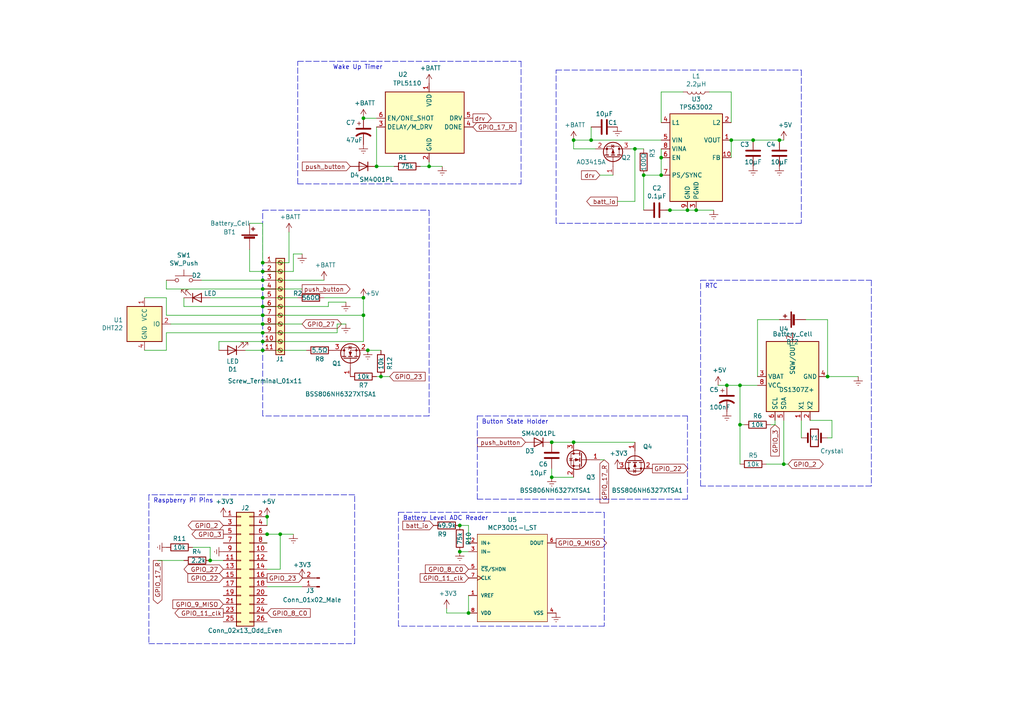
<source format=kicad_sch>
(kicad_sch (version 20211123) (generator eeschema)
  (paper "A4")
  (title_block (title "Sticky Pi Hat") (date "2021-12-15") (rev "B") (company "PIEE Lab UBC"))
  (lib_symbols
    (symbol "3001:MCP3001-I_ST" (pin_names (offset 1.016))
      (property "Reference" "U" (at 0 5.08 0))
      (property "Value" "MCP3001-I_ST" (at 0 7.62 0))
      (symbol "MCP3001-I_ST_1_1"
        (pin input line (at 2.54 -15.24 0) (length 2.54) (name "VREF") (number "1"))
        (pin input line (at 2.54 0 0) (length 2.54) (name "IN+") (number "2"))
        (pin input line (at 2.54 -2.54 0) (length 2.54) (name "IN-") (number "3"))
        (pin power_in line (at 27.94 -20.32 180) (length 2.54) (name "VSS") (number "4"))
        (pin input line (at 2.54 -7.62 0) (length 2.54) (name "~{CS}/SHDN") (number "5"))
        (pin unspecified line (at 27.94 0 180) (length 2.54) (name "DOUT") (number "6"))
        (pin input clock (at 2.54 -10.16 0) (length 2.54) (name "CLK") (number "7"))
        (pin power_in line (at 2.54 -20.32 0) (length 2.54) (name "VDD") (number "8"))
      )
    )
    (symbol "Connector:Conn_01x02_Male" (pin_names (offset 1.016) hide)
      (property "Reference" "J" (at 0 2.54 0))
      (property "Value" "Conn_01x02_Male" (at 0 -5.08 0))
      (symbol "Conn_01x02_Male_1_1"
        (pin passive line (at 5.08 0 180) (length 3.81) (name "Pin_1") (number "1"))
        (pin passive line (at 5.08 -2.54 180) (length 3.81) (name "Pin_2") (number "2"))
      )
    )
    (symbol "Connector:Screw_Terminal_01x11" (pin_names (offset 1.016) hide)
      (property "Reference" "J" (at 0 15.24 0))
      (property "Value" "Screw_Terminal_01x11" (at 0 -15.24 0))
      (symbol "Screw_Terminal_01x11_1_1"
        (pin passive line (at -5.08 12.7 0) (length 3.81) (name "Pin_1") (number "1"))
        (pin passive line (at -5.08 -10.16 0) (length 3.81) (name "Pin_10") (number "10"))
        (pin passive line (at -5.08 -12.7 0) (length 3.81) (name "Pin_11") (number "11"))
        (pin passive line (at -5.08 10.16 0) (length 3.81) (name "Pin_2") (number "2"))
        (pin passive line (at -5.08 7.62 0) (length 3.81) (name "Pin_3") (number "3"))
        (pin passive line (at -5.08 5.08 0) (length 3.81) (name "Pin_4") (number "4"))
        (pin passive line (at -5.08 2.54 0) (length 3.81) (name "Pin_5") (number "5"))
        (pin passive line (at -5.08 0 0) (length 3.81) (name "Pin_6") (number "6"))
        (pin passive line (at -5.08 -2.54 0) (length 3.81) (name "Pin_7") (number "7"))
        (pin passive line (at -5.08 -5.08 0) (length 3.81) (name "Pin_8") (number "8"))
        (pin passive line (at -5.08 -7.62 0) (length 3.81) (name "Pin_9") (number "9"))
      )
    )
    (symbol "Connector_Generic:Conn_02x13_Odd_Even" (pin_names (offset 1.016) hide)
      (property "Reference" "J" (at 1.27 17.78 0))
      (property "Value" "Conn_02x13_Odd_Even" (at 1.27 -17.78 0))
      (symbol "Conn_02x13_Odd_Even_1_1"
        (pin passive line (at -5.08 15.24 0) (length 3.81) (name "Pin_1") (number "1"))
        (pin passive line (at 7.62 5.08 180) (length 3.81) (name "Pin_10") (number "10"))
        (pin passive line (at -5.08 2.54 0) (length 3.81) (name "Pin_11") (number "11"))
        (pin passive line (at 7.62 2.54 180) (length 3.81) (name "Pin_12") (number "12"))
        (pin passive line (at -5.08 0 0) (length 3.81) (name "Pin_13") (number "13"))
        (pin passive line (at 7.62 0 180) (length 3.81) (name "Pin_14") (number "14"))
        (pin passive line (at -5.08 -2.54 0) (length 3.81) (name "Pin_15") (number "15"))
        (pin passive line (at 7.62 -2.54 180) (length 3.81) (name "Pin_16") (number "16"))
        (pin passive line (at -5.08 -5.08 0) (length 3.81) (name "Pin_17") (number "17"))
        (pin passive line (at 7.62 -5.08 180) (length 3.81) (name "Pin_18") (number "18"))
        (pin passive line (at -5.08 -7.62 0) (length 3.81) (name "Pin_19") (number "19"))
        (pin passive line (at 7.62 15.24 180) (length 3.81) (name "Pin_2") (number "2"))
        (pin passive line (at 7.62 -7.62 180) (length 3.81) (name "Pin_20") (number "20"))
        (pin passive line (at -5.08 -10.16 0) (length 3.81) (name "Pin_21") (number "21"))
        (pin passive line (at 7.62 -10.16 180) (length 3.81) (name "Pin_22") (number "22"))
        (pin passive line (at -5.08 -12.7 0) (length 3.81) (name "Pin_23") (number "23"))
        (pin passive line (at 7.62 -12.7 180) (length 3.81) (name "Pin_24") (number "24"))
        (pin passive line (at -5.08 -15.24 0) (length 3.81) (name "Pin_25") (number "25"))
        (pin passive line (at 7.62 -15.24 180) (length 3.81) (name "Pin_26") (number "26"))
        (pin passive line (at -5.08 12.7 0) (length 3.81) (name "Pin_3") (number "3"))
        (pin passive line (at 7.62 12.7 180) (length 3.81) (name "Pin_4") (number "4"))
        (pin passive line (at -5.08 10.16 0) (length 3.81) (name "Pin_5") (number "5"))
        (pin passive line (at 7.62 10.16 180) (length 3.81) (name "Pin_6") (number "6"))
        (pin passive line (at -5.08 7.62 0) (length 3.81) (name "Pin_7") (number "7"))
        (pin passive line (at 7.62 7.62 180) (length 3.81) (name "Pin_8") (number "8"))
        (pin passive line (at -5.08 5.08 0) (length 3.81) (name "Pin_9") (number "9"))
      )
    )
    (symbol "Device:Battery_Cell" (pin_numbers hide) (pin_names (offset 0) hide)
      (property "Reference" "BT" (at 2.54 2.54 0))
      (property "Value" "Battery_Cell" (at 2.54 0 0))
      (symbol "Battery_Cell_1_1"
        (pin passive line (at 0 5.08 270) (length 2.54) (name "+") (number "1"))
        (pin passive line (at 0 -2.54 90) (length 2.54) (name "-") (number "2"))
      )
    )
    (symbol "Device:C" (pin_numbers hide) (pin_names (offset 0.254))
      (property "Reference" "C" (at 0.635 2.54 0))
      (property "Value" "C" (at 0.635 -2.54 0))
      (symbol "C_1_1"
        (pin passive line (at 0 3.81 270) (length 2.794) (name "~") (number "1"))
        (pin passive line (at 0 -3.81 90) (length 2.794) (name "~") (number "2"))
      )
    )
    (symbol "Device:CP1" (pin_numbers hide) (pin_names (offset 0.254) hide)
      (property "Reference" "C" (at 0.635 2.54 0))
      (property "Value" "Device_CP1" (at 0.635 -2.54 0))
      (symbol "CP1_1_1"
        (pin passive line (at 0 3.81 270) (length 2.794) (name "~") (number "1"))
        (pin passive line (at 0 -3.81 90) (length 3.302) (name "~") (number "2"))
      )
    )
    (symbol "Device:Crystal" (pin_numbers hide) (pin_names (offset 1.016) hide)
      (property "Reference" "Y" (at 0 3.81 0))
      (property "Value" "Crystal" (at 0 -3.81 0))
      (symbol "Crystal_1_1"
        (pin passive line (at -3.81 0 0) (length 1.27) (name "1") (number "1"))
        (pin passive line (at 3.81 0 180) (length 1.27) (name "2") (number "2"))
      )
    )
    (symbol "Device:L" (pin_numbers hide) (pin_names (offset 1.016) hide)
      (property "Reference" "L" (at -1.27 0 90))
      (property "Value" "L" (at 1.905 0 90))
      (symbol "L_1_1"
        (pin passive line (at 0 3.81 270) (length 1.27) (name "1") (number "1"))
        (pin passive line (at 0 -3.81 90) (length 1.27) (name "2") (number "2"))
      )
    )
    (symbol "Device:LED" (pin_numbers hide) (pin_names (offset 1.016) hide)
      (property "Reference" "D" (at 0 2.54 0))
      (property "Value" "LED" (at 0 -2.54 0))
      (symbol "LED_1_1"
        (pin passive line (at -3.81 0 0) (length 2.54) (name "K") (number "1"))
        (pin passive line (at 3.81 0 180) (length 2.54) (name "A") (number "2"))
      )
    )
    (symbol "Device:R" (pin_numbers hide) (pin_names (offset 0))
      (property "Reference" "R" (at 2.032 0 90))
      (property "Value" "R" (at 0 0 90))
      (symbol "R_1_1"
        (pin passive line (at 0 3.81 270) (length 1.27) (name "~") (number "1"))
        (pin passive line (at 0 -3.81 90) (length 1.27) (name "~") (number "2"))
      )
    )
    (symbol "Diode:SM4001" (pin_numbers hide) (pin_names (offset 1.016) hide)
      (property "Reference" "D" (at 0 2.54 0))
      (property "Value" "SM4001" (at 0 -2.54 0))
      (symbol "SM4001_1_1"
        (pin passive line (at -3.81 0 0) (length 2.54) (name "K") (number "1"))
        (pin passive line (at 3.81 0 180) (length 2.54) (name "A") (number "2"))
      )
    )
    (symbol "Regulator_Switching:TPS63002"
      (property "Reference" "U" (at -7.62 13.97 0))
      (property "Value" "TPS63002" (at 5.08 13.97 0))
      (symbol "TPS63002_1_1"
        (pin power_out line (at 10.16 5.08 180) (length 2.54) (name "VOUT") (number "1"))
        (pin input line (at 10.16 0 180) (length 2.54) (name "FB") (number "10"))
        (pin passive line (at 0 -15.24 90) (length 2.54) hide (name "PGND") (number "11"))
        (pin input line (at 10.16 10.16 180) (length 2.54) (name "L2") (number "2"))
        (pin power_in line (at 0 -15.24 90) (length 2.54) (name "PGND") (number "3"))
        (pin input line (at -10.16 10.16 0) (length 2.54) (name "L1") (number "4"))
        (pin power_in line (at -10.16 5.08 0) (length 2.54) (name "VIN") (number "5"))
        (pin input line (at -10.16 0 0) (length 2.54) (name "EN") (number "6"))
        (pin input line (at -10.16 -5.08 0) (length 2.54) (name "PS/SYNC") (number "7"))
        (pin power_in line (at -10.16 2.54 0) (length 2.54) (name "VINA") (number "8"))
        (pin power_in line (at -2.54 -15.24 90) (length 2.54) (name "GND") (number "9"))
      )
    )
    (symbol "Sensor:DHT11"
      (property "Reference" "U" (at -3.81 6.35 0))
      (property "Value" "DHT11" (at 3.81 6.35 0))
      (symbol "DHT11_1_1"
        (pin power_in line (at 0 7.62 270) (length 2.54) (name "VCC") (number "1"))
        (pin bidirectional line (at 7.62 0 180) (length 2.54) (name "IO") (number "2"))
        (pin no_connect line (at -5.08 0 0) (length 2.54) hide (name "NC") (number "3"))
        (pin power_in line (at 0 -7.62 90) (length 2.54) (name "GND") (number "4"))
      )
    )
    (symbol "Switch:SW_Push" (pin_numbers hide) (pin_names (offset 1.016) hide)
      (property "Reference" "SW" (at 1.27 2.54 0))
      (property "Value" "SW_Push" (at 0 -1.524 0))
      (symbol "SW_Push_0_1"
        (pin passive line (at -5.08 0 0) (length 2.54) (name "1") (number "1"))
        (pin passive line (at 5.08 0 180) (length 2.54) (name "2") (number "2"))
      )
    )
    (symbol "Timer:TPL5110"
      (property "Reference" "U" (at -10.16 8.89 0))
      (property "Value" "TPL5110" (at 6.35 8.89 0))
      (symbol "TPL5110_1_1"
        (pin power_in line (at 0 10.16 270) (length 2.54) (name "VDD") (number "1"))
        (pin power_in line (at 0 -12.7 90) (length 2.54) (name "GND") (number "2"))
        (pin input line (at -15.24 -2.54 0) (length 2.54) (name "DELAY/M_DRV") (number "3"))
        (pin input line (at 12.7 -2.54 180) (length 2.54) (name "DONE") (number "4"))
        (pin output line (at 12.7 0 180) (length 2.54) (name "DRV") (number "5"))
        (pin input line (at -15.24 0 0) (length 2.54) (name "EN/ONE_SHOT") (number "6"))
      )
    )
    (symbol "Timer_RTC:DS1307+"
      (property "Reference" "U" (at -8.89 8.89 0))
      (property "Value" "DS1307+" (at 1.27 8.89 0))
      (symbol "DS1307+_1_1"
        (pin input line (at -12.7 -2.54 0) (length 2.54) (name "X1") (number "1"))
        (pin input line (at -12.7 -5.08 0) (length 2.54) (name "X2") (number "2"))
        (pin power_in line (at 0 10.16 270) (length 2.54) (name "VBAT") (number "3"))
        (pin power_in line (at 0 -10.16 90) (length 2.54) (name "GND") (number "4"))
        (pin bidirectional line (at -12.7 2.54 0) (length 2.54) (name "SDA") (number "5"))
        (pin input line (at -12.7 5.08 0) (length 2.54) (name "SCL") (number "6"))
        (pin open_collector line (at 12.7 0 180) (length 2.54) (name "SQW/OUT") (number "7"))
        (pin power_in line (at -2.54 10.16 270) (length 2.54) (name "VCC") (number "8"))
      )
    )
    (symbol "Transistor_FET:BSS123" (pin_names hide)
      (property "Reference" "Q" (at 5.08 1.905 0))
      (property "Value" "BSS123" (at 5.08 0 0))
      (symbol "BSS123_1_1"
        (pin input line (at -5.08 0 0) (length 2.54) (name "G") (number "1"))
        (pin passive line (at 2.54 -5.08 90) (length 2.54) (name "S") (number "2"))
        (pin passive line (at 2.54 5.08 270) (length 2.54) (name "D") (number "3"))
      )
    )
    (symbol "Transistor_FET:BSS84" (pin_names hide)
      (property "Reference" "Q" (at 5.08 1.905 0))
      (property "Value" "BSS84" (at 5.08 0 0))
      (symbol "BSS84_1_1"
        (pin input line (at -5.08 0 0) (length 2.54) (name "G") (number "1"))
        (pin passive line (at 2.54 -5.08 90) (length 2.54) (name "S") (number "2"))
        (pin passive line (at 2.54 5.08 270) (length 2.54) (name "D") (number "3"))
      )
    )
    (symbol "power:+3.3V" (power) (pin_names (offset 0))
      (property "Value" "+3.3V" (at 0 3.556 0))
      (symbol "+3.3V_1_1"
        (pin power_in line (at 0 0 90) (length 0) hide (name "+3V3") (number "1"))
      )
    )
    (symbol "power:+5V" (power) (pin_names (offset 0))
      (property "Value" "+5V" (at 0 3.556 0))
      (symbol "+5V_1_1"
        (pin power_in line (at 0 0 90) (length 0) hide (name "+5V") (number "1"))
      )
    )
    (symbol "power:+BATT" (power) (pin_names (offset 0))
      (property "Value" "+BATT" (at 0 3.556 0))
      (symbol "+BATT_1_1"
        (pin power_in line (at 0 0 90) (length 0) hide (name "+BATT") (number "1"))
      )
    )
    (symbol "power:Earth" (power) (pin_names (offset 0))
      (symbol "Earth_1_1"
        (pin power_in line (at 0 0 270) (length 0) hide (name "Earth") (number "1"))
      )
    )
  )
  (junction (at 135.89 177.8))
  (junction (at 81.28 154.94))
  (junction (at 166.37 128.27))
  (junction (at 201.93 60.96))
  (junction (at 212.09 40.64))
  (junction (at 109.22 48.26))
  (junction (at 77.47 154.94))
  (junction (at 184.15 43.18))
  (junction (at 76.2 93.98))
  (junction (at 210.82 111.76))
  (junction (at 214.63 123.19))
  (junction (at 186.69 50.8))
  (junction (at 77.47 149.86))
  (junction (at 110.49 109.22))
  (junction (at 76.2 86.36))
  (junction (at 105.41 91.44))
  (junction (at 76.2 78.74))
  (junction (at 226.06 40.64))
  (junction (at 76.2 83.82))
  (junction (at 105.41 86.36))
  (junction (at 76.2 96.52))
  (junction (at 133.35 152.4))
  (junction (at 124.46 48.26))
  (junction (at 194.31 60.96))
  (junction (at 76.2 88.9))
  (junction (at 76.2 99.06))
  (junction (at 106.68 101.6))
  (junction (at 60.96 162.56))
  (junction (at 160.02 138.43))
  (junction (at 166.37 40.64))
  (junction (at 76.2 76.2))
  (junction (at 160.02 128.27))
  (junction (at 76.2 91.44))
  (junction (at 240.03 109.22))
  (junction (at 191.77 50.8))
  (junction (at 214.63 111.76))
  (junction (at 199.39 60.96))
  (junction (at 76.2 101.6))
  (junction (at 227.33 134.62))
  (junction (at 76.2 81.28))
  (junction (at 133.35 160.02))
  (junction (at 105.41 34.29))
  (junction (at 218.44 40.64))
  (junction (at 171.45 40.64))
  (junction (at 191.77 45.72))
  (wire (pts (xy 224.79 123.19) (xy 223.52 123.19)))
  (wire (pts (xy 171.45 40.64) (xy 166.37 40.64)))
  (wire (pts (xy 218.44 40.64) (xy 226.06 40.64)))
  (wire (pts (xy 135.89 177.8) (xy 129.54 177.8)))
  (wire (pts (xy 207.01 60.96) (xy 201.93 60.96)))
  (wire (pts (xy 81.28 154.94) (xy 81.28 165.1)))
  (wire (pts (xy 212.09 35.56) (xy 212.09 26.67)))
  (polyline (pts (xy 161.29 20.32) (xy 232.41 20.32)))
  (wire (pts (xy 224.79 123.19) (xy 224.79 121.92)))
  (polyline (pts (xy 86.36 53.34) (xy 151.13 53.34)))
  (wire (pts (xy 240.03 127) (xy 241.3 127)))
  (wire (pts (xy 77.47 157.48) (xy 76.2 157.48)))
  (polyline (pts (xy 115.57 181.61) (xy 115.57 148.59)))
  (wire (pts (xy 175.26 133.35) (xy 173.99 133.35)))
  (wire (pts (xy 124.46 48.26) (xy 121.92 48.26)))
  (polyline (pts (xy 115.57 148.59) (xy 175.26 148.59)))
  (polyline (pts (xy 138.43 144.78) (xy 138.43 120.65)))
  (wire (pts (xy 219.71 92.71) (xy 226.06 92.71)))
  (wire (pts (xy 124.46 46.99) (xy 124.46 48.26)))
  (wire (pts (xy 227.33 121.92) (xy 227.33 134.62)))
  (wire (pts (xy 85.09 78.74) (xy 85.09 73.66)))
  (wire (pts (xy 81.28 165.1) (xy 77.47 165.1)))
  (polyline (pts (xy 175.26 181.61) (xy 115.57 181.61)))
  (polyline (pts (xy 86.36 17.78) (xy 151.13 17.78)))
  (wire (pts (xy 76.2 76.2) (xy 76.2 64.77)))
  (wire (pts (xy 228.6 134.62) (xy 227.33 134.62)))
  (wire (pts (xy 48.26 96.52) (xy 48.26 101.6)))
  (wire (pts (xy 133.35 152.4) (xy 135.89 152.4)))
  (wire (pts (xy 76.2 83.82) (xy 87.63 83.82)))
  (wire (pts (xy 76.2 91.44) (xy 105.41 91.44)))
  (wire (pts (xy 124.46 48.26) (xy 128.27 48.26)))
  (polyline (pts (xy 138.43 144.78) (xy 199.39 144.78)))
  (wire (pts (xy 60.96 162.56) (xy 64.77 162.56)))
  (wire (pts (xy 212.09 26.67) (xy 205.74 26.67)))
  (wire (pts (xy 241.3 127) (xy 241.3 121.92)))
  (wire (pts (xy 48.26 86.36) (xy 41.91 86.36)))
  (wire (pts (xy 214.63 123.19) (xy 214.63 134.62)))
  (wire (pts (xy 184.15 43.18) (xy 184.15 58.42)))
  (wire (pts (xy 240.03 92.71) (xy 233.68 92.71)))
  (wire (pts (xy 177.8 50.8) (xy 173.99 50.8)))
  (wire (pts (xy 85.09 154.94) (xy 81.28 154.94)))
  (wire (pts (xy 48.26 91.44) (xy 48.26 86.36)))
  (polyline (pts (xy 102.87 143.51) (xy 43.18 143.51)))
  (wire (pts (xy 95.25 87.63) (xy 100.33 87.63)))
  (wire (pts (xy 109.22 109.22) (xy 110.49 109.22)))
  (wire (pts (xy 135.89 152.4) (xy 135.89 157.48)))
  (wire (pts (xy 76.2 154.94) (xy 77.47 154.94)))
  (wire (pts (xy 76.2 93.98) (xy 87.63 93.98)))
  (polyline (pts (xy 102.87 186.69) (xy 102.87 143.51)))
  (wire (pts (xy 72.39 72.39) (xy 72.39 78.74)))
  (wire (pts (xy 63.5 99.06) (xy 76.2 99.06)))
  (polyline (pts (xy 86.36 53.34) (xy 86.36 17.78)))
  (polyline (pts (xy 232.41 20.32) (xy 232.41 64.77)))
  (wire (pts (xy 201.93 60.96) (xy 199.39 60.96)))
  (wire (pts (xy 76.2 91.44) (xy 48.26 91.44)))
  (wire (pts (xy 76.2 64.77) (xy 72.39 64.77)))
  (wire (pts (xy 76.2 76.2) (xy 83.82 76.2)))
  (wire (pts (xy 76.2 78.74) (xy 85.09 78.74)))
  (polyline (pts (xy 124.46 60.96) (xy 124.46 120.65)))
  (wire (pts (xy 60.96 162.56) (xy 60.96 158.75)))
  (wire (pts (xy 194.31 60.96) (xy 199.39 60.96)))
  (polyline (pts (xy 161.29 64.77) (xy 161.29 20.32)))
  (wire (pts (xy 48.26 101.6) (xy 41.91 101.6)))
  (polyline (pts (xy 203.2 140.97) (xy 203.2 81.28)))
  (wire (pts (xy 241.3 121.92) (xy 234.95 121.92)))
  (polyline (pts (xy 203.2 81.28) (xy 252.73 81.28)))
  (wire (pts (xy 129.54 177.8) (xy 129.54 176.53)))
  (wire (pts (xy 191.77 45.72) (xy 191.77 43.18)))
  (wire (pts (xy 160.02 138.43) (xy 160.02 135.89)))
  (wire (pts (xy 186.69 50.8) (xy 191.77 50.8)))
  (polyline (pts (xy 232.41 64.77) (xy 161.29 64.77)))
  (wire (pts (xy 113.03 109.22) (xy 110.49 109.22)))
  (wire (pts (xy 48.26 83.82) (xy 76.2 83.82)))
  (wire (pts (xy 97.79 96.52) (xy 97.79 93.98)))
  (wire (pts (xy 186.69 43.18) (xy 184.15 43.18)))
  (wire (pts (xy 166.37 138.43) (xy 160.02 138.43)))
  (wire (pts (xy 210.82 111.76) (xy 214.63 111.76)))
  (wire (pts (xy 77.47 154.94) (xy 81.28 154.94)))
  (wire (pts (xy 191.77 40.64) (xy 171.45 40.64)))
  (wire (pts (xy 114.3 48.26) (xy 109.22 48.26)))
  (wire (pts (xy 71.12 101.6) (xy 76.2 101.6)))
  (wire (pts (xy 166.37 40.64) (xy 166.37 43.18)))
  (wire (pts (xy 172.72 43.18) (xy 166.37 43.18)))
  (wire (pts (xy 222.25 134.62) (xy 227.33 134.62)))
  (wire (pts (xy 76.2 78.74) (xy 72.39 78.74)))
  (wire (pts (xy 226.06 40.64) (xy 227.33 40.64)))
  (wire (pts (xy 191.77 50.8) (xy 191.77 45.72)))
  (wire (pts (xy 212.09 45.72) (xy 212.09 40.64)))
  (wire (pts (xy 208.28 111.76) (xy 210.82 111.76)))
  (wire (pts (xy 77.47 170.18) (xy 87.63 170.18)))
  (polyline (pts (xy 151.13 17.78) (xy 151.13 53.34)))
  (wire (pts (xy 53.34 162.56) (xy 45.72 162.56)))
  (polyline (pts (xy 199.39 120.65) (xy 199.39 144.78)))
  (wire (pts (xy 105.41 99.06) (xy 105.41 91.44)))
  (wire (pts (xy 77.47 149.86) (xy 77.47 152.4)))
  (wire (pts (xy 85.09 73.66) (xy 87.63 73.66)))
  (polyline (pts (xy 76.2 60.96) (xy 124.46 60.96)))
  (wire (pts (xy 93.98 86.36) (xy 105.41 86.36)))
  (wire (pts (xy 63.5 99.06) (xy 63.5 101.6)))
  (wire (pts (xy 95.25 88.9) (xy 95.25 87.63)))
  (wire (pts (xy 48.26 83.82) (xy 48.26 81.28)))
  (polyline (pts (xy 252.73 81.28) (xy 252.73 140.97)))
  (wire (pts (xy 219.71 92.71) (xy 219.71 109.22)))
  (wire (pts (xy 198.12 26.67) (xy 191.77 26.67)))
  (wire (pts (xy 240.03 109.22) (xy 240.03 92.71)))
  (wire (pts (xy 88.9 101.6) (xy 76.2 101.6)))
  (wire (pts (xy 166.37 128.27) (xy 184.15 128.27)))
  (wire (pts (xy 53.34 88.9) (xy 76.2 88.9)))
  (wire (pts (xy 97.79 93.98) (xy 100.33 93.98)))
  (wire (pts (xy 184.15 58.42) (xy 179.07 58.42)))
  (wire (pts (xy 76.2 88.9) (xy 95.25 88.9)))
  (wire (pts (xy 215.9 123.19) (xy 214.63 123.19)))
  (wire (pts (xy 109.22 34.29) (xy 105.41 34.29)))
  (wire (pts (xy 60.96 158.75) (xy 55.88 158.75)))
  (wire (pts (xy 76.2 96.52) (xy 48.26 96.52)))
  (wire (pts (xy 49.53 93.98) (xy 76.2 93.98)))
  (wire (pts (xy 76.2 81.28) (xy 58.42 81.28)))
  (wire (pts (xy 160.02 128.27) (xy 166.37 128.27)))
  (wire (pts (xy 214.63 111.76) (xy 214.63 123.19)))
  (wire (pts (xy 214.63 111.76) (xy 219.71 111.76)))
  (wire (pts (xy 186.69 50.8) (xy 186.69 60.96)))
  (wire (pts (xy 76.2 86.36) (xy 86.36 86.36)))
  (wire (pts (xy 184.15 43.18) (xy 182.88 43.18)))
  (polyline (pts (xy 76.2 120.65) (xy 76.2 60.96)))
  (wire (pts (xy 53.34 88.9) (xy 53.34 86.36)))
  (wire (pts (xy 105.41 91.44) (xy 105.41 86.36)))
  (polyline (pts (xy 252.73 140.97) (xy 203.2 140.97)))
  (polyline (pts (xy 124.46 120.65) (xy 76.2 120.65)))
  (wire (pts (xy 76.2 81.28) (xy 93.98 81.28)))
  (wire (pts (xy 171.45 36.83) (xy 171.45 40.64)))
  (wire (pts (xy 212.09 40.64) (xy 218.44 40.64)))
  (polyline (pts (xy 43.18 143.51) (xy 43.18 186.69)))
  (wire (pts (xy 76.2 99.06) (xy 105.41 99.06)))
  (wire (pts (xy 232.41 121.92) (xy 232.41 127)))
  (wire (pts (xy 135.89 160.02) (xy 133.35 160.02)))
  (polyline (pts (xy 43.18 186.69) (xy 102.87 186.69)))
  (polyline (pts (xy 138.43 120.65) (xy 199.39 120.65)))
  (wire (pts (xy 135.89 177.8) (xy 135.89 172.72)))
  (polyline (pts (xy 175.26 148.59) (xy 175.26 181.61)))
  (wire (pts (xy 193.04 60.96) (xy 194.31 60.96)))
  (wire (pts (xy 240.03 109.22) (xy 248.92 109.22)))
  (wire (pts (xy 76.2 86.36) (xy 60.96 86.36)))
  (wire (pts (xy 191.77 26.67) (xy 191.77 35.56)))
  (wire (pts (xy 109.22 36.83) (xy 109.22 48.26)))
  (wire (pts (xy 76.2 96.52) (xy 97.79 96.52)))
  (wire (pts (xy 83.82 76.2) (xy 83.82 67.31)))
  (wire (pts (xy 106.68 101.6) (xy 110.49 101.6)))
  (text "RTC\n" (at 204.47 83.82 0) (effects (font (size 1.27 1.27)) (justify left bottom)))
  (text "Wake Up Timer" (at 96.52 20.32 0) (effects (font (size 1.27 1.27)) (justify left bottom)))
  (text "Button State Holder" (at 139.7 123.19 0) (effects (font (size 1.27 1.27)) (justify left bottom)))
  (text "Battery Level ADC Reader" (at 116.84 151.13 0) (effects (font (size 1.27 1.27)) (justify left bottom)))
  (text "Raspberry Pi Pins\n" (at 44.45 146.05 0) (effects (font (size 1.27 1.27)) (justify left bottom)))
  (global_label "GPIO_8_C0" (shape input) (at 77.47 177.8 0) (property "Intersheet References" "${INTERSHEET_REFS}" (effects hide)))
  (global_label "GPIO_23" (shape input) (at 113.03 109.22 0) (property "Intersheet References" "${INTERSHEET_REFS}" (effects hide)))
  (global_label "push_button" (shape input) (at 152.4 128.27 180) (property "Intersheet References" "${INTERSHEET_REFS}" (effects hide)))
  (global_label "GPIO_23" (shape output) (at 77.47 167.64 0) (property "Intersheet References" "${INTERSHEET_REFS}" (effects hide)))
  (global_label "push_button" (shape input) (at 101.6 48.26 180) (property "Intersheet References" "${INTERSHEET_REFS}" (effects hide)))
  (global_label "GPIO_27" (shape bidirectional) (at 87.63 93.98 0) (property "Intersheet References" "${INTERSHEET_REFS}" (effects hide)))
  (global_label "GPIO_3" (shape input) (at 224.79 123.19 270) (property "Intersheet References" "${INTERSHEET_REFS}" (effects hide)))
  (global_label "GPIO_9_MISO" (shape output) (at 161.29 157.48 0) (property "Intersheet References" "${INTERSHEET_REFS}" (effects hide)))
  (global_label "GPIO_17_R" (shape output) (at 45.72 162.56 270) (property "Intersheet References" "${INTERSHEET_REFS}" (effects hide)))
  (global_label "GPIO_3" (shape output) (at 64.77 154.94 180) (property "Intersheet References" "${INTERSHEET_REFS}" (effects hide)))
  (global_label "GPIO_11_clk" (shape input) (at 135.89 167.64 180) (property "Intersheet References" "${INTERSHEET_REFS}" (effects hide)))
  (global_label "drv" (shape input) (at 173.99 50.8 180) (property "Intersheet References" "${INTERSHEET_REFS}" (effects hide)))
  (global_label "push_button" (shape output) (at 87.63 83.82 0) (property "Intersheet References" "${INTERSHEET_REFS}" (effects hide)))
  (global_label "GPIO_22" (shape input) (at 64.77 167.64 180) (property "Intersheet References" "${INTERSHEET_REFS}" (effects hide)))
  (global_label "GPIO_2" (shape bidirectional) (at 228.6 134.62 0) (property "Intersheet References" "${INTERSHEET_REFS}" (effects hide)))
  (global_label "GPIO_9_MISO" (shape input) (at 64.77 175.26 180) (property "Intersheet References" "${INTERSHEET_REFS}" (effects hide)))
  (global_label "batt_io" (shape output) (at 179.07 58.42 180) (property "Intersheet References" "${INTERSHEET_REFS}" (effects hide)))
  (global_label "GPIO_17_R" (shape input) (at 175.26 133.35 270) (property "Intersheet References" "${INTERSHEET_REFS}" (effects hide)))
  (global_label "GPIO_11_clk" (shape output) (at 64.77 177.8 180) (property "Intersheet References" "${INTERSHEET_REFS}" (effects hide)))
  (global_label "GPIO_27" (shape bidirectional) (at 64.77 165.1 180) (property "Intersheet References" "${INTERSHEET_REFS}" (effects hide)))
  (global_label "GPIO_22" (shape output) (at 189.23 135.89 0) (property "Intersheet References" "${INTERSHEET_REFS}" (effects hide)))
  (global_label "GPIO_2" (shape bidirectional) (at 64.77 152.4 180) (property "Intersheet References" "${INTERSHEET_REFS}" (effects hide)))
  (global_label "GPIO_8_C0" (shape input) (at 135.89 165.1 180) (property "Intersheet References" "${INTERSHEET_REFS}" (effects hide)))
  (global_label "GPIO_17_R" (shape input) (at 137.16 36.83 0) (property "Intersheet References" "${INTERSHEET_REFS}" (effects hide)))
  (global_label "batt_io" (shape input) (at 125.73 152.4 180) (property "Intersheet References" "${INTERSHEET_REFS}" (effects hide)))
  (global_label "drv" (shape output) (at 137.16 34.29 0) (property "Intersheet References" "${INTERSHEET_REFS}" (effects hide)))
  (symbol (lib_id "Timer:TPL5110") (at 124.46 34.29 0) (unit 1)
    (property "Reference" "U2" (at 116.84 21.59 0))
    (property "Value" "TPL5110" (at 118.11 24.13 0))
    (property "Footprint" "Package_TO_SOT_SMD:SOT-23-6" (effects hide))
    (property "Datasheet" "http://www.ti.com/lit/ds/symlink/tpl5110.pdf" (effects hide))
    (property "Manufacturer" "Texas Instruments" (effects hide))
    (property "part_number" "TPL5110" (effects hide))
    (property "Part" "TPL5110" (effects hide))
    (property "package" "SOT-23-THIN" (effects hide))
  )
  (symbol (lib_id "Regulator_Switching:TPS63002") (at 201.93 45.72 0) (unit 1)
    (property "Reference" "U3" (at 201.93 28.7782 0))
    (property "Value" "TPS63002" (at 201.93 31.0896 0))
    (property "Footprint" "Package_SON:Texas_DSC0010J_ThermalVias" (effects hide))
    (property "Datasheet" "http://www.ti.com/lit/ds/symlink/tps63002.pdf" (effects hide))
    (property "Manufacturer" "Texas Instruments" (effects hide))
    (property "part_number" "TPS63002" (effects hide))
    (property "Part" "TPS63002" (effects hide))
    (property "package" "10-VSON" (effects hide))
  )
  (symbol (lib_id "Timer_RTC:DS1307+") (at 229.87 109.22 90) (unit 1)
    (property "Reference" "U4" (at 228.7016 95.4024 90) (effects (justify left)))
    (property "Value" "DS1307Z+" (at 236.22 113.03 90) (effects (justify left)))
    (property "Footprint" "Package_SO:SOIC-8_3.9x4.9mm_P1.27mm" (effects hide))
    (property "Datasheet" "https://datasheets.maximintegrated.com/en/ds/DS1307.pdf" (effects hide))
    (property "Manufacturer" "Maxim Integrated" (effects hide))
    (property "part_number" "DS1307Z+" (effects hide))
    (property "Part" "DS1307Z+" (effects hide))
    (property "package" "8-SOIC" (effects hide))
  )
  (symbol (lib_id "Device:R") (at 186.69 46.99 180) (unit 1)
    (property "Reference" "R3" (at 189.23 44.45 90))
    (property "Value" "100Ω" (at 186.69 46.99 90))
    (property "Footprint" "Resistor_SMD:R_2010_5025Metric" (effects hide))
    (property "Datasheet" "https://www.koaspeer.com/pdfs/RK73H.pdf" (effects hide))
    (property "part_number" "RC2010JK-0710KL" (effects hide))
    (property "Manufacturer" "KOA Speer Electronics, Inc." (effects hide))
    (property "Part" "TODO" (effects hide))
    (property "package" "2010" (effects hide))
  )
  (symbol (lib_id "Device:R") (at 118.11 48.26 90) (unit 1)
    (property "Reference" "R1" (at 116.84 45.72 90))
    (property "Value" "75k" (at 118.11 48.26 90))
    (property "Footprint" "Resistor_SMD:R_2010_5025Metric" (effects hide))
    (property "Datasheet" "https://www.koaspeer.com/pdfs/RK73H.pdf" (effects hide))
    (property "part_number" "RK73H2HTTE7502F" (effects hide))
    (property "Manufacturer" "KOA Speer Electronics, Inc." (effects hide))
    (property "Part" "RK73H2HTTE7502F" (effects hide))
    (property "package" "2010" (effects hide))
  )
  (symbol (lib_id "power:Earth") (at 128.27 48.26 0) (unit 1)
    (property "Reference" "#PWR0101" (effects hide))
    (property "Value" "Earth" (effects hide))
  )
  (symbol (lib_id "power:Earth") (at 207.01 60.96 0) (unit 1)
    (property "Reference" "#PWR0102" (effects hide))
    (property "Value" "Earth" (effects hide))
  )
  (symbol (lib_id "Switch:SW_Push") (at 53.34 81.28 0) (unit 1)
    (property "Reference" "SW1" (at 53.34 74.041 0))
    (property "Value" "SW_Push" (at 53.34 76.3524 0))
    (property "Footprint" "#none" (effects hide))
    (property "Manufacturer" "#none" (effects hide))
    (property "Part" "#none" (effects hide))
  )
  (symbol (lib_id "Device:L") (at 201.93 26.67 270) (unit 1)
    (property "Reference" "L1" (at 201.93 22.0726 90))
    (property "Value" "2.2μH" (at 201.93 24.384 90))
    (property "Footprint" "Inductor_SMD:L_Abracon_ASPI-3012S" (effects hide))
    (property "Datasheet" "https://product.tdk.com/en/system/files?file=dam/doc/product/inductor/inductor/smd/catalog/inductor_commercial_power_vls3012hbx_en.pdf" (effects hide))
    (property "part_number" "VLS3012HBX-2R2M" (effects hide))
    (property "Manufacturer" "TDK Corporation" (effects hide))
    (property "Part" "VLS3012HBX-2R2M" (effects hide))
    (property "package" "Nonstandard" (effects hide))
  )
  (symbol (lib_id "Device:C") (at 190.5 60.96 270) (unit 1)
    (property "Reference" "C2" (at 190.5 54.5592 90))
    (property "Value" "0.1μF" (at 190.5 56.8706 90))
    (property "Footprint" "Capacitor_SMD:C_1206_3216Metric" (effects hide))
    (property "Datasheet" "https://content.kemet.com/datasheets/KEM_C1002_X7R_SMD.pdf" (effects hide))
    (property "part_number" "C1206C104K8RAC7800" (effects hide))
    (property "Manufacturer" "KEMET" (effects hide))
    (property "Part" "C1206C104K8RAC7800" (effects hide))
    (property "package" "1206" (effects hide))
  )
  (symbol (lib_id "Device:C") (at 226.06 44.45 0) (unit 1)
    (property "Reference" "C4" (at 222.25 41.91 0) (effects (justify left)))
    (property "Value" "10μF" (at 223.52 46.99 0) (effects (justify left)))
    (property "Footprint" "Capacitor_SMD:C_1206_3216Metric" (effects hide))
    (property "Datasheet" "https://global.kyocera.com/prdct/electro/product/pdf/cm_e.pdf" (effects hide))
    (property "part_number" "CM316X5R106K10AT" (effects hide))
    (property "Manufacturer" "Kyocera International Inc. Electronic Components" (effects hide))
    (property "Part" "CM316X5R106K10AT" (effects hide))
    (property "package" "1206" (effects hide))
  )
  (symbol (lib_id "Device:C") (at 218.44 44.45 0) (unit 1)
    (property "Reference" "C3" (at 214.63 41.91 0) (effects (justify left)))
    (property "Value" "10μF" (at 215.9 46.99 0) (effects (justify left)))
    (property "Footprint" "Capacitor_SMD:C_1206_3216Metric" (effects hide))
    (property "Datasheet" "https://global.kyocera.com/prdct/electro/product/pdf/cm_e.pdf" (effects hide))
    (property "part_number" "CM316X5R106K10AT" (effects hide))
    (property "Manufacturer" "Kyocera International Inc. Electronic Components" (effects hide))
    (property "Part" "CM316X5R106K10AT" (effects hide))
    (property "package" "1206" (effects hide))
  )
  (symbol (lib_id "Device:C") (at 175.26 36.83 90) (unit 1)
    (property "Reference" "C1" (at 179.07 35.56 90) (effects (justify left)))
    (property "Value" "10μF" (at 177.8 33.02 90) (effects (justify left)))
    (property "Footprint" "Capacitor_SMD:C_1206_3216Metric" (effects hide))
    (property "Datasheet" "https://global.kyocera.com/prdct/electro/product/pdf/cm_e.pdf" (effects hide))
    (property "part_number" "CM316X5R106K10AT" (effects hide))
    (property "Manufacturer" "Kyocera International Inc. Electronic Components" (effects hide))
    (property "Part" "CM316X5R106K10AT" (effects hide))
    (property "package" "1206" (effects hide))
  )
  (symbol (lib_id "power:Earth") (at 179.07 36.83 0) (unit 1)
    (property "Reference" "#PWR0103" (effects hide))
    (property "Value" "Earth" (effects hide))
  )
  (symbol (lib_id "power:Earth") (at 218.44 48.26 0) (unit 1)
    (property "Reference" "#PWR0104" (effects hide))
    (property "Value" "Earth" (effects hide))
  )
  (symbol (lib_id "power:Earth") (at 226.06 48.26 0) (unit 1)
    (property "Reference" "#PWR0105" (effects hide))
    (property "Value" "Earth" (effects hide))
  )
  (symbol (lib_id "power:+5V") (at 227.33 40.64 0) (unit 1)
    (property "Reference" "#PWR0113" (effects hide))
    (property "Value" "+5V" (at 227.711 36.2458 0))
  )
  (symbol (lib_id "power:+5V") (at 208.28 111.76 0) (unit 1)
    (property "Reference" "#PWR0114" (effects hide))
    (property "Value" "+5V" (at 208.661 107.3658 0))
  )
  (symbol (lib_id "power:+5V") (at 77.47 149.86 0) (unit 1)
    (property "Reference" "#PWR0115" (effects hide))
    (property "Value" "+5V" (at 77.851 145.4658 0))
  )
  (symbol (lib_id "Device:Battery_Cell") (at 72.39 69.85 0) (unit 1)
    (property "Reference" "BT1" (at 64.77 67.31 0) (effects (justify left)))
    (property "Value" "Battery_Cell" (at 60.96 64.77 0) (effects (justify left)))
    (property "Footprint" "#none" (effects hide))
    (property "part_number" "CR1220" (effects hide))
    (property "Part" "CR1220" (effects hide))
    (property "Manufacturer" "#none" (effects hide))
  )
  (symbol (lib_id "Connector:Screw_Terminal_01x11") (at 81.28 88.9 0) (unit 1)
    (property "Reference" "J1" (at 80.01 104.14 0) (effects (justify left)))
    (property "Value" "Screw_Terminal_01x11" (at 66.04 110.49 0) (effects (justify left)))
    (property "Footprint" "TerminalBlock_TE-Connectivity:TerminalBlock_TE_1-282834-1_1x11_P2.54mm_Horizontal" (effects hide))
    (property "Datasheet" "https://www.aliexpress.com/item/33010961562.html?spm=a2g0o.productlist.0.0.48c03c2cpAilqm&algo_pvid=d662f399-6825-4aba-b03d-2694688fa9f9&algo_exp_id=d662f399-6825-4aba-b03d-2694688fa9f9-37&pdp_ext_f=%7B%22sku_id%22%3A%2210000000147204690%22%7D" (effects hide))
    (property "Manufacturer" "#none" (effects hide))
    (property "Part" "#none" (effects hide))
  )
  (symbol (lib_id "power:+5V") (at 105.41 86.36 0) (unit 1)
    (property "Reference" "#PWR0118" (effects hide))
    (property "Value" "+5V" (at 107.95 85.09 0))
  )
  (symbol (lib_id "power:Earth") (at 87.63 73.66 0) (unit 1)
    (property "Reference" "#PWR0106" (effects hide))
    (property "Value" "Earth" (effects hide))
  )
  (symbol (lib_id "power:Earth") (at 248.92 109.22 0) (unit 1)
    (property "Reference" "#PWR0107" (effects hide))
    (property "Value" "Earth" (effects hide))
  )
  (symbol (lib_id "Device:LED") (at 57.15 86.36 0) (mirror x) (unit 1)
    (property "Reference" "D2" (at 56.9722 79.883 0))
    (property "Value" "LED" (at 60.96 85.09 0))
    (property "Footprint" "#none" (effects hide))
    (property "Datasheet" "https://www.kingbrightusa.com/images/catalog/SPEC/WP7113SECK-J3.pdf" (effects hide))
    (property "part_number" "WP7113SECK/J3" (effects hide))
    (property "Manufacturer" "#none" (effects hide))
    (property "Part" "WP7113SECK/J3" (effects hide))
  )
  (symbol (lib_id "Device:R") (at 90.17 86.36 90) (unit 1)
    (property "Reference" "R2" (at 86.36 85.09 90))
    (property "Value" "560Ω" (at 90.17 86.36 90))
    (property "Footprint" "Resistor_SMD:R_2010_5025Metric" (effects hide))
    (property "Datasheet" "https://www.yageo.com/upload/media/product/productsearch/datasheet/rchip/PYu-AC_51_RoHS_L_7.pdf" (effects hide))
    (property "part_number" "AC2010JK-07560RL" (effects hide))
    (property "Manufacturer" "YAGEO" (effects hide))
    (property "Part" "AC2010JK-07560RL" (effects hide))
    (property "package" "2010" (effects hide))
  )
  (symbol (lib_id "Connector:Conn_01x02_Male") (at 92.71 170.18 180) (unit 1)
    (property "Reference" "J3" (at 91.1352 171.2976 0) (effects (justify left)))
    (property "Value" "Conn_01x02_Male" (at 99.06 173.99 0) (effects (justify left)))
    (property "Footprint" "Connector_PinHeader_2.54mm:PinHeader_1x02_P2.54mm_Vertical" (effects hide))
    (property "Manufacturer" "#none" (effects hide))
    (property "Part" "#none" (effects hide))
  )
  (symbol (lib_id "power:+3.3V") (at 64.77 149.86 0) (unit 1)
    (property "Reference" "#PWR0119" (effects hide))
    (property "Value" "+3.3V" (at 65.151 145.4658 0))
  )
  (symbol (lib_id "Sensor:DHT11") (at 41.91 93.98 0) (unit 1)
    (property "Reference" "U1" (at 35.7124 92.8116 0) (effects (justify right)))
    (property "Value" "DHT22" (at 35.7124 95.123 0) (effects (justify right)))
    (property "Footprint" "#none" (effects hide))
    (property "Datasheet" "http://akizukidenshi.com/download/ds/aosong/DHT11.pdf" (effects hide))
    (property "Manufacturer" "#none" (effects hide))
    (property "Part" "#none" (effects hide))
  )
  (symbol (lib_id "power:+3.3V") (at 87.63 167.64 0) (unit 1)
    (property "Reference" "#PWR0120" (effects hide))
    (property "Value" "+3.3V" (at 87.63 163.83 0))
  )
  (symbol (lib_id "Device:LED") (at 67.31 101.6 180) (unit 1)
    (property "Reference" "D1" (at 67.4878 107.1118 0))
    (property "Value" "LED" (at 67.4878 104.8004 0))
    (property "Footprint" "#none" (effects hide))
    (property "Notes" "500mA at 5V. Adding a 5.5R resistor reduces current to 200mA" (effects hide))
    (property "Manufacturer" "#none" (effects hide))
    (property "Part" "#none" (effects hide))
  )
  (symbol (lib_id "Device:R") (at 92.71 101.6 90) (unit 1)
    (property "Reference" "R8" (at 92.71 104.14 90))
    (property "Value" "5.5Ω" (at 92.71 101.6 90))
    (property "Footprint" "Resistor_SMD:R_2010_5025Metric" (effects hide))
    (property "Datasheet" "https://www.yageo.com/upload/media/product/productsearch/datasheet/rchip/PYu-AC_51_RoHS_L_7.pdf" (effects hide))
    (property "part_number" "RC2010FK-075R49L" (effects hide))
    (property "Manufacturer" "YAGEO" (effects hide))
    (property "Part" "RC2010FK-075R49L" (effects hide))
    (property "package" "2010" (effects hide))
  )
  (symbol (lib_id "Connector_Generic:Conn_02x13_Odd_Even") (at 69.85 165.1 0) (unit 1)
    (property "Reference" "J2" (at 71.12 147.32 0))
    (property "Value" "Conn_02x13_Odd_Even" (at 71.12 182.88 0))
    (property "Footprint" "Connector_PinSocket_2.54mm:PinSocket_2x13_P2.54mm_Vertical" (effects hide))
    (property "Datasheet" "https://www.te.com/commerce/DocumentDelivery/DDEController?Action=srchrtrv&DocNm=215307&DocType=Customer+Drawing&DocLang=English" (effects hide))
    (property "part_number" "1-215307-3" (effects hide))
    (property "Part" "1-215307-3 " (effects hide))
    (property "Manufacturer" "TE Connectivity AMP Connectors" (effects hide))
    (property "package" "thru-hole" (effects hide))
  )
  (symbol (lib_id "Device:R") (at 57.15 162.56 90) (unit 1)
    (property "Reference" "R4" (at 58.42 160.02 90) (effects (justify left)))
    (property "Value" "2.2k" (at 59.69 162.56 90) (effects (justify left)))
    (property "Footprint" "Resistor_SMD:R_2010_5025Metric" (effects hide))
    (property "Datasheet" "https://www.seielect.com/catalog/sei-rmcf_rmcp.pdf" (effects hide))
    (property "part_number" "RMCF2010JT2K20" (effects hide))
    (property "Manufacturer" "Stackpole Electronics, Inc." (effects hide))
    (property "Part" "RMCF2010JT2K20" (effects hide))
    (property "package" "2010" (effects hide))
  )
  (symbol (lib_id "power:Earth") (at 106.68 101.6 0) (unit 1)
    (property "Reference" "#PWR0108" (effects hide))
    (property "Value" "Earth" (effects hide))
  )
  (symbol (lib_id "power:Earth") (at 85.09 154.94 0) (unit 1)
    (property "Reference" "#PWR0109" (effects hide))
    (property "Value" "Earth" (effects hide))
  )
  (symbol (lib_id "Transistor_FET:BSS84") (at 177.8 45.72 270) (mirror x) (unit 1)
    (property "Reference" "Q2" (at 181.61 45.72 90))
    (property "Value" "AO3415A" (at 171.45 46.99 90))
    (property "Footprint" "Package_TO_SOT_SMD:SOT-23" (effects hide))
    (property "Datasheet" "https://media.digikey.com/pdf/Data%20Sheets/Alpha%20&%20Omega/AO3415A.pdf" (effects hide))
    (property "Manufacturer" "Alpha & Omega Semiconductor Inc." (effects hide))
    (property "Part" "AO3415A" (effects hide))
    (property "part_number" "AO3415A" (effects hide))
    (property "package" "SOT-23-3" (effects hide))
  )
  (symbol (lib_id "Transistor_FET:BSS123") (at 168.91 133.35 0) (mirror y) (unit 1)
    (property "Reference" "Q3" (at 172.72 138.43 0) (effects (justify left)))
    (property "Value" "BSS806NH6327XTSA1" (at 171.45 142.24 0) (effects (justify left)))
    (property "Footprint" "Package_TO_SOT_SMD:SOT-23" (effects hide))
    (property "Datasheet" "https://www.infineon.com/dgdl/BSS806N_Rev2.3_.pdf?folderId=db3a3043156fd573011622e10b5c1f67&fileId=db3a304330f686060131185f0553451c" (effects hide))
    (property "Manufacturer" "Infineon Technologies" (effects hide))
    (property "part_number" "BSS806NH6327XTSA1" (effects hide))
    (property "Part" "BSS806NH6327XTSA1" (effects hide))
    (property "package" "SOT-23-3" (effects hide))
  )
  (symbol (lib_id "Device:Battery_Cell") (at 231.14 92.71 90) (unit 1)
    (property "Reference" "BT2" (at 229.87 99.187 90))
    (property "Value" "Battery_Cell" (at 229.87 96.8756 90))
    (property "Footprint" "Battery:BatteryHolder_Keystone_3000_1x12mm" (effects hide))
    (property "Datasheet" "https://www.keyelco.com/userAssets/file/M65p9.pdf" (effects hide))
    (property "Manufacturer" "Keystone Electronics" (effects hide))
    (property "part_number" "3000" (effects hide))
    (property "Part" "3000" (effects hide))
    (property "package" "SMD" (effects hide))
  )
  (symbol (lib_id "Device:Crystal") (at 236.22 127 0) (unit 1)
    (property "Reference" "Y1" (at 236.22 127 0))
    (property "Value" "Crystal" (at 241.3 130.81 0))
    (property "Footprint" "Crystal:Crystal_SMD_MicroCrystal_CM9V-T1A-2Pin_1.6x1.0mm" (effects hide))
    (property "Datasheet" "https://www.microcrystal.com/fileadmin/Media/Products/32kHz/Datasheet/CM9V-T1A.pdf" (effects hide))
    (property "part_number" "CM9V-T1A" (effects hide))
    (property "Manufacturer" "Micro Crystal AG" (effects hide))
    (property "Part" "CM9V-T1A-32.768KHZ-12.5PF-20PPM-TA-QC" (effects hide))
    (property "package" "2-SMD" (effects hide))
  )
  (symbol (lib_id "Device:R") (at 219.71 123.19 270) (unit 1)
    (property "Reference" "R6" (at 219.71 120.65 90))
    (property "Value" "10k" (at 219.71 123.19 90))
    (property "Footprint" "Resistor_SMD:R_2010_5025Metric" (effects hide))
    (property "Datasheet" "https://www.yageo.com/upload/media/product/productsearch/datasheet/rchip/PYu-RC_Group_51_RoHS_L_11.pdf" (effects hide))
    (property "part_number" "RC2010JK-0710KL" (effects hide))
    (property "Manufacturer" "YAGEO" (effects hide))
    (property "Part" "RC2010JK-0710KL" (effects hide))
    (property "package" "2010" (effects hide))
  )
  (symbol (lib_id "Device:R") (at 218.44 134.62 270) (unit 1)
    (property "Reference" "R5" (at 218.44 132.08 90))
    (property "Value" "10k" (at 218.44 134.62 90))
    (property "Footprint" "Resistor_SMD:R_2010_5025Metric" (effects hide))
    (property "Datasheet" "https://www.yageo.com/upload/media/product/productsearch/datasheet/rchip/PYu-RC_Group_51_RoHS_L_11.pdf" (effects hide))
    (property "part_number" "RC2010JK-0710KL" (effects hide))
    (property "Manufacturer" "YAGEO" (effects hide))
    (property "Part" "RC2010JK-0710KL" (effects hide))
    (property "package" "2010" (effects hide))
  )
  (symbol (lib_id "power:Earth") (at 160.02 138.43 0) (unit 1)
    (property "Reference" "#PWR0121" (effects hide))
    (property "Value" "Earth" (effects hide))
  )
  (symbol (lib_id "power:Earth") (at 100.33 93.98 0) (unit 1)
    (property "Reference" "#PWR0122" (effects hide))
    (property "Value" "Earth" (effects hide))
  )
  (symbol (lib_id "Transistor_FET:BSS123") (at 184.15 133.35 90) (mirror x) (unit 1)
    (property "Reference" "Q4" (at 189.23 129.54 90) (effects (justify left)))
    (property "Value" "BSS806NH6327XTSA1" (at 198.12 142.24 90) (effects (justify left)))
    (property "Footprint" "Package_TO_SOT_SMD:SOT-23" (effects hide))
    (property "Datasheet" "https://www.infineon.com/dgdl/BSS806N_Rev2.3_.pdf?folderId=db3a3043156fd573011622e10b5c1f67&fileId=db3a304330f686060131185f0553451c" (effects hide))
    (property "Manufacturer" "Infineon Technologies" (effects hide))
    (property "part_number" "BSS806NH6327XTSA1" (effects hide))
    (property "Part" "BSS806NH6327XTSA1" (effects hide))
    (property "package" "SOT-23-3" (effects hide))
  )
  (symbol (lib_id "Device:CP1") (at 210.82 115.57 0) (unit 1)
    (property "Reference" "C5" (at 205.74 113.03 0) (effects (justify left)))
    (property "Value" "100nF" (at 205.74 118.11 0) (effects (justify left)))
    (property "Footprint" "Capacitor_SMD:CP_Elec_4x4.5" (effects hide))
    (property "Datasheet" "https://www.we-online.de/katalog/datasheet/865230640001.pdf" (effects hide))
    (property "part_number" "865230640001" (effects hide))
    (property "Manufacturer" "Würth Elektronik" (effects hide))
    (property "Part" "865230640001" (effects hide))
    (property "package" "SMD" (effects hide))
  )
  (symbol (lib_id "power:+3.3V") (at 179.07 135.89 0) (unit 1)
    (property "Reference" "#PWR0126" (effects hide))
    (property "Value" "+3.3V" (at 179.451 131.4958 0))
  )
  (symbol (lib_id "Device:R") (at 129.54 152.4 90) (unit 1)
    (property "Reference" "R9" (at 128.27 154.94 90))
    (property "Value" "49.9k" (at 129.54 152.4 90))
    (property "Footprint" "Resistor_SMD:R_0805_2012Metric" (effects hide))
    (property "Datasheet" "https://www.vishay.com/docs/28758/tnpw_e3.pdf" (effects hide))
    (property "part_number" "TNPW080549K9FHEA" (effects hide))
    (property "Manufacturer" "Vishay Dale" (effects hide))
    (property "Part" "TNPW080549K9FHEA" (effects hide))
    (property "package" "805" (effects hide))
  )
  (symbol (lib_id "Device:R") (at 133.35 156.21 0) (unit 1)
    (property "Reference" "R10" (at 135.89 156.21 90))
    (property "Value" "75k" (at 133.35 156.21 90))
    (property "Footprint" "Resistor_SMD:R_2010_5025Metric" (effects hide))
    (property "Datasheet" "https://www.koaspeer.com/pdfs/RK73H.pdf" (effects hide))
    (property "part_number" "RK73H2HTTE7502F" (effects hide))
    (property "Manufacturer" "KOA Speer Electronics, Inc." (effects hide))
    (property "Part" "RK73H2HTTE7502F" (effects hide))
    (property "package" "2010" (effects hide))
  )
  (symbol (lib_id "Device:CP1") (at 105.41 38.1 0) (unit 1)
    (property "Reference" "C7" (at 100.33 35.56 0) (effects (justify left)))
    (property "Value" "47uF" (at 100.33 40.64 0) (effects (justify left)))
    (property "Footprint" "Capacitor_SMD:CP_Elec_5x5.3" (effects hide))
    (property "Datasheet" "https://www.we-online.de/katalog/datasheet/865080242004.pdf" (effects hide))
    (property "part_number" "865080242004" (effects hide))
    (property "Manufacturer" "Würth Elektronik" (effects hide))
    (property "Part" "865080242004" (effects hide))
    (property "package" "SMD" (effects hide))
  )
  (symbol (lib_id "power:Earth") (at 105.41 41.91 0) (unit 1)
    (property "Reference" "#PWR0130" (effects hide))
    (property "Value" "Earth" (effects hide))
  )
  (symbol (lib_id "Diode:SM4001") (at 156.21 128.27 180) (unit 1)
    (property "Reference" "D3" (at 153.67 130.81 0))
    (property "Value" "SM4001PL" (at 156.21 125.73 0))
    (property "Footprint" "Diode_SMD:D_SOD-123F" (effects hide))
    (property "Datasheet" "http://cdn-reichelt.de/documents/datenblatt/A400/SMD1N400%23DIO.pdf" (effects hide))
    (property "Manufacturer" "Micro Commercial Co" (effects hide))
    (property "Part" "SM4001PL" (effects hide))
    (property "part_number" "SM4001PL" (effects hide))
    (property "package" "SOD-123F" (effects hide))
  )
  (symbol (lib_id "power:Earth") (at 210.82 119.38 0) (unit 1)
    (property "Reference" "#PWR0110" (effects hide))
    (property "Value" "Earth" (effects hide))
  )
  (symbol (lib_id "3001:MCP3001-I_ST") (at 133.35 157.48 0) (unit 1)
    (property "Reference" "U5" (at 148.59 150.749 0))
    (property "Value" "MCP3001-I_ST" (at 148.59 153.0604 0))
    (property "Footprint" "Microchip-MCP3001-I_ST-*:Microchip-MCP3001-I_ST-Level_A" (effects hide))
    (property "Datasheet" "http://ww1.microchip.com/downloads/en/DeviceDoc/21293C.pdf" (effects hide))
    (property "Code  JEDEC" "MO-153" (effects hide))
    (property "Component Link 1 Description" "Manufacturer URL" (effects hide))
    (property "Component Link 1 URL" "http://www.microchip.com/" (effects hide))
    (property "Component Link 3 Description" "Package Specification" (effects hide))
    (property "Component Link 3 URL" "http://www.microchip.com/stellent/groups/techpub_sg/documents/packagingspec/en012702.pdf" (effects hide))
    (property "Datasheet Version" "revC, Jan-2007" (effects hide))
    (property "Package Description" "8-Lead Plastic Thin Shrink Small Outline (ST) - 4.4mm Body [TSSOP]" (effects hide))
    (property "Package Version" "revBB, Aug-2009" (effects hide))
    (property "category" "IC" (effects hide))
    (property "ciiva ids" "3238973" (effects hide))
    (property "library id" "5e7d3c293717b223" (effects hide))
    (property "manufacturer" "Microchip" (effects hide))
    (property "package" "8-TSSOP" (effects hide))
    (property "release date" "1331963341" (effects hide))
    (property "vault revision" "88B0E8EE-158B-47D3-B67F-4A413DE97F63" (effects hide))
    (property "imported" "yes" (effects hide))
    (property "Manufacturer" "Microchip Technology" (effects hide))
    (property "part_number" "MCP3001-I_ST" (effects hide))
    (property "Part" "MCP3001-I_ST" (effects hide))
  )
  (symbol (lib_id "power:Earth") (at 133.35 160.02 0) (unit 1)
    (property "Reference" "#PWR0123" (effects hide))
    (property "Value" "Earth" (effects hide))
  )
  (symbol (lib_id "power:+3.3V") (at 129.54 176.53 0) (unit 1)
    (property "Reference" "#PWR0124" (effects hide))
    (property "Value" "+3.3V" (at 129.921 172.1358 0))
  )
  (symbol (lib_id "power:Earth") (at 161.29 177.8 0) (unit 1)
    (property "Reference" "#PWR0125" (effects hide))
    (property "Value" "Earth" (effects hide))
  )
  (symbol (lib_id "power:Earth") (at 64.77 160.02 270) (unit 1)
    (property "Reference" "#PWR0112" (effects hide))
    (property "Value" "Earth" (effects hide))
  )
  (symbol (lib_id "Transistor_FET:BSS123") (at 101.6 104.14 90) (unit 1)
    (property "Reference" "Q1" (at 99.06 105.41 90) (effects (justify left)))
    (property "Value" "BSS806NH6327XTSA1" (at 109.22 114.3 90) (effects (justify left)))
    (property "Footprint" "Package_TO_SOT_SMD:SOT-23" (effects hide))
    (property "Datasheet" "https://www.infineon.com/dgdl/BSS806N_Rev2.3_.pdf?folderId=db3a3043156fd573011622e10b5c1f67&fileId=db3a304330f686060131185f0553451c" (effects hide))
    (property "Manufacturer" "Infineon Technologies" (effects hide))
    (property "part_number" "BSS806NH6327XTSA1" (effects hide))
    (property "Part" "BSS806NH6327XTSA1" (effects hide))
    (property "package" "SOT-23-3" (effects hide))
  )
  (symbol (lib_id "Device:C") (at 160.02 132.08 0) (unit 1)
    (property "Reference" "C6" (at 156.21 134.62 0) (effects (justify left)))
    (property "Value" "10μF" (at 153.67 137.16 0) (effects (justify left)))
    (property "Footprint" "Capacitor_SMD:C_1206_3216Metric" (effects hide))
    (property "Datasheet" "https://global.kyocera.com/prdct/electro/product/pdf/cm_e.pdf" (effects hide))
    (property "part_number" "CM316X5R106K10AT" (effects hide))
    (property "Manufacturer" "Kyocera International Inc. Electronic Components" (effects hide))
    (property "Part" "CM316X5R106K10AT" (effects hide))
    (property "package" "1206" (effects hide))
  )
  (symbol (lib_id "Device:R") (at 105.41 109.22 90) (unit 1)
    (property "Reference" "R7" (at 105.41 111.76 90))
    (property "Value" "10k" (at 105.41 109.22 90))
    (property "Footprint" "Resistor_SMD:R_2010_5025Metric" (effects hide))
    (property "Datasheet" "https://www.yageo.com/upload/media/product/productsearch/datasheet/rchip/PYu-RC_Group_51_RoHS_L_11.pdf" (effects hide))
    (property "part_number" "RC2010JK-0710KL" (effects hide))
    (property "Manufacturer" "YAGEO" (effects hide))
    (property "Part" "RC2010JK-0710KL" (effects hide))
    (property "package" "2010" (effects hide))
  )
  (symbol (lib_id "power:Earth") (at 100.33 87.63 0) (unit 1)
    (property "Reference" "#PWR0116" (effects hide))
    (property "Value" "Earth" (effects hide))
  )
  (symbol (lib_id "power:+BATT") (at 83.82 67.31 0) (unit 1)
    (property "Reference" "#PWR0111" (effects hide))
    (property "Value" "+BATT" (at 84.201 62.9158 0))
  )
  (symbol (lib_id "power:+BATT") (at 105.41 34.29 0) (unit 1)
    (property "Reference" "#PWR0117" (effects hide))
    (property "Value" "+BATT" (at 105.791 29.8958 0))
  )
  (symbol (lib_id "power:+BATT") (at 124.46 24.13 0) (unit 1)
    (property "Reference" "#PWR0127" (effects hide))
    (property "Value" "+BATT" (at 124.841 19.7358 0))
  )
  (symbol (lib_id "power:+BATT") (at 166.37 40.64 0) (unit 1)
    (property "Reference" "#PWR0128" (effects hide))
    (property "Value" "+BATT" (at 166.751 36.2458 0))
  )
  (symbol (lib_id "Device:R") (at 52.07 158.75 270) (unit 1)
    (property "Reference" "R11" (at 52.07 156.21 90))
    (property "Value" "10k" (at 52.07 158.75 90))
    (property "Footprint" "Resistor_SMD:R_2010_5025Metric" (effects hide))
    (property "Datasheet" "https://www.yageo.com/upload/media/product/productsearch/datasheet/rchip/PYu-RC_Group_51_RoHS_L_11.pdf" (effects hide))
    (property "part_number" "RC2010JK-0710KL" (effects hide))
    (property "Manufacturer" "YAGEO" (effects hide))
    (property "Part" "RC2010JK-0710KL" (effects hide))
    (property "package" "2010" (effects hide))
  )
  (symbol (lib_id "power:Earth") (at 48.26 158.75 270) (unit 1)
    (property "Reference" "#PWR0131" (effects hide))
    (property "Value" "Earth" (effects hide))
  )
  (symbol (lib_id "Device:R") (at 110.49 105.41 0) (unit 1)
    (property "Reference" "R12" (at 113.03 105.41 90))
    (property "Value" "10k" (at 110.49 105.41 90))
    (property "Footprint" "Resistor_SMD:R_2010_5025Metric" (effects hide))
    (property "Datasheet" "https://www.yageo.com/upload/media/product/productsearch/datasheet/rchip/PYu-RC_Group_51_RoHS_L_11.pdf" (effects hide))
    (property "part_number" "RC2010JK-0710KL" (effects hide))
    (property "Manufacturer" "YAGEO" (effects hide))
    (property "Part" "RC2010JK-0710KL" (effects hide))
    (property "package" "2010" (effects hide))
  )
  (symbol (lib_id "Diode:SM4001") (at 105.41 48.26 180) (unit 1)
    (property "Reference" "D4" (at 102.87 50.8 0))
    (property "Value" "SM4001PL" (at 109.22 52.07 0))
    (property "Footprint" "Diode_SMD:D_SOD-123F" (effects hide))
    (property "Datasheet" "http://cdn-reichelt.de/documents/datenblatt/A400/SMD1N400%23DIO.pdf" (effects hide))
    (property "Manufacturer" "Micro Commercial Co" (effects hide))
    (property "Part" "SM4001PL" (effects hide))
    (property "part_number" "SM4001PL" (effects hide))
    (property "package" "SOD-123F" (effects hide))
  )
  (symbol (lib_id "power:+BATT") (at 93.98 81.28 0) (unit 1)
    (property "Reference" "#PWR0129" (effects hide))
    (property "Value" "+BATT" (at 94.361 76.8858 0))
  )
)
</source>
